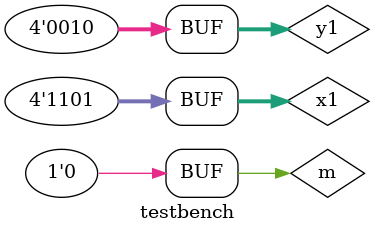
<source format=v>
module DECODER(d0,d1,d2,d3,d4,d5,d6,d7,x,y,z);
	input x,y,z;
	output d0,d1,d2,d3,d4,d5,d6,d7;
	wire x0,y0,z0;
	not n1(x0,x);
	not n2(y0,y);
	not n3(z0,z);
	and a0(d0,x0,y0,z0);
	and a1(d1,x0,y0,z);
	and a2(d2,x0,y,z0);
	and a3(d3,x0,y,z);
	and a4(d4,x,y0,z0);
	and a5(d5,x,y0,z);
	and a6(d6,x,y,z0);
	and a7(d7,x,y,z);
endmodule

module FADDER(s,c,x,y,z);
	input x,y,z;
	wire d0,d1,d2,d3,d4,d5,d6,d7;
	output s,c;
	DECODER dec(d0,d1,d2,d3,d4,d5,d6,d7,x,y,z);
	assign s = d1 | d2 | d4 | d7,
	 c = d3 | d5 | d6 | d7;
endmodule

module FADDER8(s,cout,x,y,cin);
	input [7:0] x; 
	input [7:0] y;
	input cin;
	wire [6:0] c;
	output cout;
	output [7:0] s;
		FADDER f1(s[0],c[0],x[0],y[0],cin);
		FADDER f2(s[1],c[1],x[1],y[1],c[0]);
		FADDER f3(s[2],c[2],x[2],y[2],c[1]);
		FADDER f4(s[3],c[3],x[3],y[3],c[2]);
		FADDER f5(s[4],c[4],x[4],y[4],c[3]);
		FADDER f6(s[5],c[5],x[5],y[5],c[4]);
		FADDER f7(s[6],c[6],x[6],y[6],c[5]);
		FADDER f8(s[7],cout,x[7],y[7],c[6]);
endmodule

module FADDER32(s,cout,x,y,cin);
	input [31:0] x;
	input [31:0] y;
	input cin;
	wire [2:0] carry;
	output [31:0] s;
	output cout;
		FADDER8 f1(s[7:0],carry[0],x[7:0],y[7:0],cin);
		FADDER8 f2(s[15:8],carry[1],x[15:8],y[15:8],carry[0]);
		FADDER8 f3(s[23:16],carry[2],x[23:16],y[23:16],carry[1]);
		FADDER8 f4(s[31:24],cout,x[31:24],y[31:24],carry[2]);
endmodule

module FULLADDER_behavioral(s,c,x,y,z);
	input x,y,z;
	output reg s,c;
	//DECODER dec(d0,d1,d2,d3,d4,d5,d6,d7,x,y,z);
	//always@(*)
		//s = d1 || d2 || d4 || d7;
		//c = d3 || d5 || d6 || d7;
	always@(*)
		begin
		s = x^y^z;
		c = z&(x|y)|(x&y);
		end
endmodule

module ADDSUB(s,v,x,y,m);
	input [3:0] x,y;
	input m;
	reg [3:0] d;
	wire [2:0] carry;
	wire cout;
	output [3:0] s;
	output reg v;
	integer i;
	always@(*)
	begin
		for(i=0;i<4;i=i+1)
			begin
				d[i] = m^y[i];
			end
	end
	
	
		FULLADDER_behavioral f1(s[0],carry[0],x[0],d[0],m);
		FULLADDER_behavioral f2(s[1],carry[1],x[1],d[1],carry[0]);
		FULLADDER_behavioral f3(s[2],carry[2],x[2],d[2],carry[1]);
		FULLADDER_behavioral f4(s[3],cout,x[3],d[3],carry[2]);
	always@(*)
	begin
		v = cout^carry[2];
	end
	
endmodule
		
	
module testbench;
	 reg [31:0] x,y;
	 reg [3:0] x1,y1;
	 reg cin,m;
	 wire [31:0] s;
	 wire [3:0] s1;
	 wire c,v;
	 FADDER32 fl(s,c,x,y,cin);
	 ADDSUB a1(s1,v,x1,y1,m);
	 initial
		begin
		//$monitor(,$time," x=%b,y=%b,z=%b,s=%d,c=%b",x,y,cin,s,c);
		$monitor(,$time,"x1=%b,y1=%b,m=%b,s1=%d,v=%b",x1,y1,m,s1,v);
		end
	 initial
		begin
		// #5 x=8'd130;y=8'd125;cin=1'b0;
		 #0 x1=4'd13;y1=4'd2;m=1'b0;
		 /*#4 x=1'b1;y=1'b0;cin=1'b0;
		 #4 x=1'b0;y=1'b1;cin=1'b0;
		 #4 x=1'b1;y=1'b1;cin=1'b0;
		 #4 x=1'b0;y=1'b0;cin=1'b1;
		 #4 x=1'b1;y=1'b0;cin=1'b1;
		 #4 x=1'b0;y=1'b1;cin=1'b1;
		 #4 x=1'b1;y=1'b1;cin=1'b1;*/
		end
endmodule
</source>
